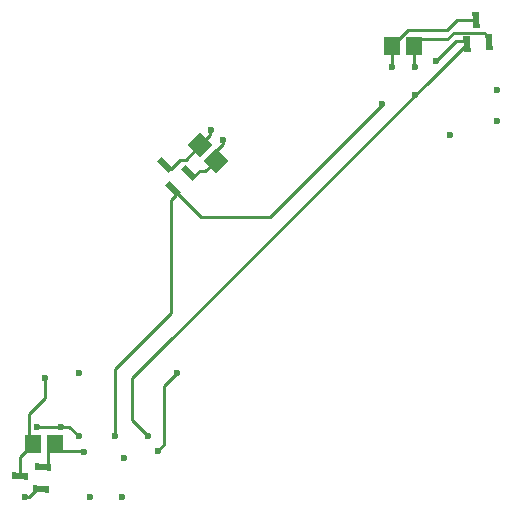
<source format=gbl>
G04*
G04 #@! TF.GenerationSoftware,Altium Limited,Altium Designer,24.1.2 (44)*
G04*
G04 Layer_Physical_Order=4*
G04 Layer_Color=16711680*
%FSLAX25Y25*%
%MOIN*%
G70*
G04*
G04 #@! TF.SameCoordinates,00511CFA-0F04-46CA-AFF9-E4457DF0149F*
G04*
G04*
G04 #@! TF.FilePolarity,Positive*
G04*
G01*
G75*
%ADD22C,0.01000*%
%ADD25C,0.02362*%
G04:AMPARAMS|DCode=28|XSize=21mil|YSize=52mil|CornerRadius=0mil|HoleSize=0mil|Usage=FLASHONLY|Rotation=185.000|XOffset=0mil|YOffset=0mil|HoleType=Round|Shape=Rectangle|*
%AMROTATEDRECTD28*
4,1,4,0.00819,0.02682,0.01273,-0.02499,-0.00819,-0.02682,-0.01273,0.02499,0.00819,0.02682,0.0*
%
%ADD28ROTATEDRECTD28*%

G04:AMPARAMS|DCode=29|XSize=21mil|YSize=52mil|CornerRadius=0mil|HoleSize=0mil|Usage=FLASHONLY|Rotation=265.000|XOffset=0mil|YOffset=0mil|HoleType=Round|Shape=Rectangle|*
%AMROTATEDRECTD29*
4,1,4,-0.02499,0.01273,0.02682,0.00819,0.02499,-0.01273,-0.02682,-0.00819,-0.02499,0.01273,0.0*
%
%ADD29ROTATEDRECTD29*%

%ADD30R,0.05709X0.05906*%
G04:AMPARAMS|DCode=31|XSize=59.06mil|YSize=57.09mil|CornerRadius=0mil|HoleSize=0mil|Usage=FLASHONLY|Rotation=45.000|XOffset=0mil|YOffset=0mil|HoleType=Round|Shape=Rectangle|*
%AMROTATEDRECTD31*
4,1,4,-0.00070,-0.04106,-0.04106,-0.00070,0.00070,0.04106,0.04106,0.00070,-0.00070,-0.04106,0.0*
%
%ADD31ROTATEDRECTD31*%

G04:AMPARAMS|DCode=32|XSize=21mil|YSize=52mil|CornerRadius=0mil|HoleSize=0mil|Usage=FLASHONLY|Rotation=225.000|XOffset=0mil|YOffset=0mil|HoleType=Round|Shape=Rectangle|*
%AMROTATEDRECTD32*
4,1,4,-0.01096,0.02581,0.02581,-0.01096,0.01096,-0.02581,-0.02581,0.01096,-0.01096,0.02581,0.0*
%
%ADD32ROTATEDRECTD32*%

D22*
X-152425Y22894D02*
X-145315D01*
X-118475Y44436D02*
X-114039Y48871D01*
X-120693Y22894D02*
X-118475Y25112D01*
Y44436D01*
X-134882Y50335D02*
X-116161Y69056D01*
Y106700D01*
X-129272Y47124D02*
X-17643Y158752D01*
Y158926D01*
X-160807Y30959D02*
X-152876D01*
X-150059D01*
X-46000Y138277D02*
Y138579D01*
X-83277Y101000D02*
X-46000Y138277D01*
X-129272Y33421D02*
Y47124D01*
X-106289Y101000D02*
X-83277D01*
X-18416Y159698D02*
X-17643Y158926D01*
X-21302Y159698D02*
X-18416D01*
X-28000Y153000D02*
X-21302Y159698D01*
X-114464Y109174D02*
X-106289Y101000D01*
X-115560Y110270D02*
X-114464Y109174D01*
X-34866Y151000D02*
Y151369D01*
X-35358Y151861D02*
Y157765D01*
Y151861D02*
X-34866Y151369D01*
X-42642Y151000D02*
Y157765D01*
Y157863D02*
X-37139Y163365D01*
X-24114D01*
X-42642Y157765D02*
Y157863D01*
X-21030Y166450D02*
X-14562D01*
X-24114Y163365D02*
X-21030Y166450D01*
X-35358Y157765D02*
Y157863D01*
X-33004Y160217D01*
X-24114D01*
X-22005Y162327D01*
X-11706D01*
X-10192Y160813D01*
Y159404D02*
Y160813D01*
X-129272Y33421D02*
X-123850Y27999D01*
X-14562Y166450D02*
X-14427Y166315D01*
X-101284Y119647D02*
Y122976D01*
X-99035Y125225D01*
Y126336D01*
X-98775Y126596D01*
X-103076Y128155D02*
Y129773D01*
X-102815Y130034D01*
X-106434Y124797D02*
Y124797D01*
X-103076Y128155D01*
X-109174Y114464D02*
X-108396D01*
X-101284Y119647D02*
X-101284D01*
X-110270Y115560D02*
X-109174Y114464D01*
X-108396D02*
X-106672Y116188D01*
X-104743D01*
X-101284Y119647D01*
X-116274Y117051D02*
X-113268Y120057D01*
X-111174D01*
X-106434Y124797D02*
X-106434D01*
X-118148Y118148D02*
X-117051Y117051D01*
X-116274D01*
X-111174Y120057D02*
X-106434Y124797D01*
X-157134Y22989D02*
X-154779Y25343D01*
X-157134Y18416D02*
Y22989D01*
X-157906Y17643D02*
X-157134Y18416D01*
X-158752Y17643D02*
X-157906D01*
X-163496Y26678D02*
X-162112Y25294D01*
X-166450Y14562D02*
Y20858D01*
X-162063Y25245D02*
Y25343D01*
X-166450Y20858D02*
X-162063Y25245D01*
X-163496Y26678D02*
Y35354D01*
X-158126Y40725D01*
Y47165D01*
X-154779Y25248D02*
Y25343D01*
Y25248D02*
X-152425Y22894D01*
X-150059Y30959D02*
X-146920Y27821D01*
X-147181Y27560D02*
X-146920Y27821D01*
X-134882D02*
Y50335D01*
X-116161Y106700D02*
X-114464Y108396D01*
Y109174D01*
X-163496Y7508D02*
X-160813Y10192D01*
X-164989Y7508D02*
X-163496D01*
X-160813Y10192D02*
X-159404D01*
X-158752Y17643D02*
X-158617Y17508D01*
D25*
X-34824Y141572D02*
D03*
X-114039Y48871D02*
D03*
X-120693Y22894D02*
D03*
X-152876Y30959D02*
D03*
X-146920Y48871D02*
D03*
X-7592Y132819D02*
D03*
X-7581Y143405D02*
D03*
X-23120Y128221D02*
D03*
X-46000Y138579D02*
D03*
X-28000Y153000D02*
D03*
X-160807Y30803D02*
D03*
X-34866Y151000D02*
D03*
X-42642D02*
D03*
X-102815Y130034D02*
D03*
X-98775Y126596D02*
D03*
X-160807Y30959D02*
D03*
X-131732Y20424D02*
D03*
X-145315Y22709D02*
D03*
X-143137Y7687D02*
D03*
X-132405D02*
D03*
X-146920Y27821D02*
D03*
X-158126Y47165D02*
D03*
X-123850Y27999D02*
D03*
X-134882Y27821D02*
D03*
X-164989Y7508D02*
D03*
D28*
X-14562Y166450D02*
D03*
X-17643Y158752D02*
D03*
X-10192Y159404D02*
D03*
D29*
X-158752Y17643D02*
D03*
X-159404Y10192D02*
D03*
X-166450Y14562D02*
D03*
D30*
X-35358Y157765D02*
D03*
X-42642D02*
D03*
X-154779Y25343D02*
D03*
X-162063Y25343D02*
D03*
D31*
X-101284Y119647D02*
D03*
X-106434Y124797D02*
D03*
D32*
X-118148Y118148D02*
D03*
X-115560Y110270D02*
D03*
X-110270Y115560D02*
D03*
M02*

</source>
